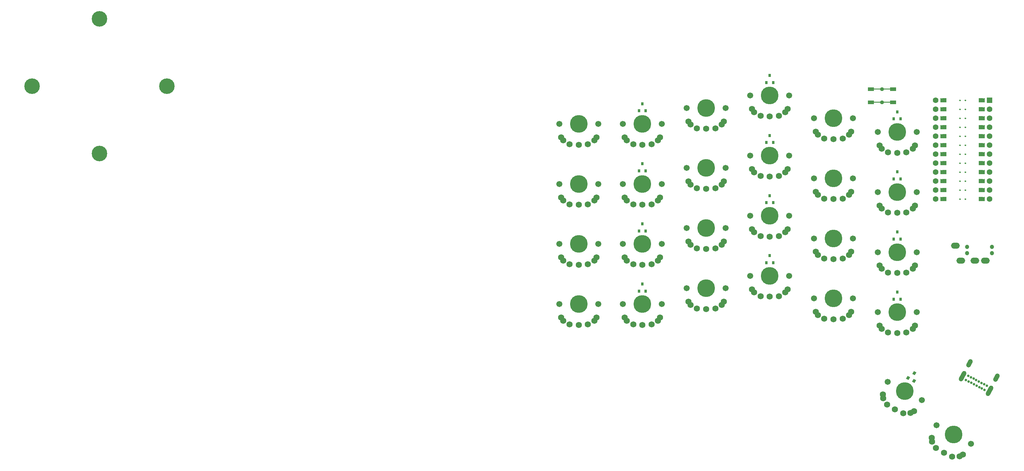
<source format=gbr>
%TF.GenerationSoftware,KiCad,Pcbnew,7.0.6*%
%TF.CreationDate,2023-11-22T22:17:55+08:00*%
%TF.ProjectId,handfull,68616e64-6675-46c6-9c2e-6b696361645f,rev?*%
%TF.SameCoordinates,Original*%
%TF.FileFunction,Soldermask,Bot*%
%TF.FilePolarity,Negative*%
%FSLAX46Y46*%
G04 Gerber Fmt 4.6, Leading zero omitted, Abs format (unit mm)*
G04 Created by KiCad (PCBNEW 7.0.6) date 2023-11-22 22:17:55*
%MOMM*%
%LPD*%
G01*
G04 APERTURE LIST*
G04 Aperture macros list*
%AMHorizOval*
0 Thick line with rounded ends*
0 $1 width*
0 $2 $3 position (X,Y) of the first rounded end (center of the circle)*
0 $4 $5 position (X,Y) of the second rounded end (center of the circle)*
0 Add line between two ends*
20,1,$1,$2,$3,$4,$5,0*
0 Add two circle primitives to create the rounded ends*
1,1,$1,$2,$3*
1,1,$1,$4,$5*%
%AMRotRect*
0 Rectangle, with rotation*
0 The origin of the aperture is its center*
0 $1 length*
0 $2 width*
0 $3 Rotation angle, in degrees counterclockwise*
0 Add horizontal line*
21,1,$1,$2,0,0,$3*%
%AMFreePoly0*
4,1,41,0.142350,0.531259,0.275000,0.476314,0.388909,0.388909,0.476314,0.275000,0.531259,0.142350,0.533280,0.127000,3.200000,0.127000,3.235780,0.121856,3.295980,0.083167,3.325707,0.018074,3.315523,-0.052758,3.268661,-0.106839,3.200000,-0.127000,0.533280,-0.127000,0.531259,-0.142350,0.476314,-0.275000,0.388909,-0.388909,0.275000,-0.476314,0.142350,-0.531259,0.000000,-0.550000,
-0.142350,-0.531259,-0.275000,-0.476314,-0.388909,-0.388909,-0.476314,-0.275000,-0.531259,-0.142350,-0.533280,-0.127000,-3.200000,-0.127000,-3.235780,-0.121856,-3.295980,-0.083167,-3.325707,-0.018074,-3.315523,0.052758,-3.268661,0.106839,-3.200000,0.127000,-0.533280,0.127000,-0.531259,0.142350,-0.476314,0.275000,-0.388909,0.388909,-0.275000,0.476314,-0.142350,0.531259,0.000000,0.550000,
0.142350,0.531259,0.142350,0.531259,$1*%
%AMFreePoly1*
4,1,6,0.600000,0.200000,0.000000,-0.400000,-0.600000,0.200000,-0.600000,0.400000,0.600000,0.400000,0.600000,0.200000,0.600000,0.200000,$1*%
%AMFreePoly2*
4,1,6,0.600000,-0.250000,-0.600000,-0.250000,-0.600000,1.000000,0.000000,0.400000,0.600000,1.000000,0.600000,-0.250000,0.600000,-0.250000,$1*%
G04 Aperture macros list end*
%ADD10C,0.250000*%
%ADD11C,0.100000*%
%ADD12C,1.701800*%
%ADD13C,5.000000*%
%ADD14C,1.750000*%
%ADD15FreePoly0,0.000000*%
%ADD16R,1.800000X1.100000*%
%ADD17C,1.600000*%
%ADD18R,1.600000X1.600000*%
%ADD19FreePoly1,270.000000*%
%ADD20FreePoly1,90.000000*%
%ADD21FreePoly2,90.000000*%
%ADD22FreePoly2,270.000000*%
%ADD23R,0.800000X0.900000*%
%ADD24O,2.500000X1.700000*%
%ADD25C,1.200000*%
%ADD26RotRect,0.900000X0.800000X61.801000*%
%ADD27C,4.400000*%
%ADD28C,0.700000*%
%ADD29HorizOval,1.300000X0.448909X0.837246X-0.448909X-0.837246X0*%
%ADD30HorizOval,1.300000X0.283521X0.528787X-0.283521X-0.528787X0*%
G04 APERTURE END LIST*
D10*
%TO.C,U2*%
X195402000Y-51363224D02*
G75*
G03*
X195402000Y-51363224I-125000J0D01*
G01*
X193878000Y-51363224D02*
G75*
G03*
X193878000Y-51363224I-125000J0D01*
G01*
X195402000Y-53903224D02*
G75*
G03*
X195402000Y-53903224I-125000J0D01*
G01*
X193878000Y-53903224D02*
G75*
G03*
X193878000Y-53903224I-125000J0D01*
G01*
X195402000Y-56443224D02*
G75*
G03*
X195402000Y-56443224I-125000J0D01*
G01*
X193878000Y-56443224D02*
G75*
G03*
X193878000Y-56443224I-125000J0D01*
G01*
X195402000Y-58983224D02*
G75*
G03*
X195402000Y-58983224I-125000J0D01*
G01*
X193878000Y-58983224D02*
G75*
G03*
X193878000Y-58983224I-125000J0D01*
G01*
X195402000Y-61523224D02*
G75*
G03*
X195402000Y-61523224I-125000J0D01*
G01*
X193878000Y-61523224D02*
G75*
G03*
X193878000Y-61523224I-125000J0D01*
G01*
X195402000Y-64063224D02*
G75*
G03*
X195402000Y-64063224I-125000J0D01*
G01*
X193878000Y-64063224D02*
G75*
G03*
X193878000Y-64063224I-125000J0D01*
G01*
X195402000Y-66603224D02*
G75*
G03*
X195402000Y-66603224I-125000J0D01*
G01*
X193878000Y-66603224D02*
G75*
G03*
X193878000Y-66603224I-125000J0D01*
G01*
X195402000Y-69143224D02*
G75*
G03*
X195402000Y-69143224I-125000J0D01*
G01*
X193878000Y-69143224D02*
G75*
G03*
X193878000Y-69143224I-125000J0D01*
G01*
X195402000Y-71683224D02*
G75*
G03*
X195402000Y-71683224I-125000J0D01*
G01*
X193878000Y-71683224D02*
G75*
G03*
X193878000Y-71683224I-125000J0D01*
G01*
X195402000Y-74223224D02*
G75*
G03*
X195402000Y-74223224I-125000J0D01*
G01*
X193878000Y-74223224D02*
G75*
G03*
X193878000Y-74223224I-125000J0D01*
G01*
X195402000Y-76763224D02*
G75*
G03*
X195402000Y-76763224I-125000J0D01*
G01*
X193878000Y-76763224D02*
G75*
G03*
X193878000Y-76763224I-125000J0D01*
G01*
X195402000Y-79303224D02*
G75*
G03*
X195402000Y-79303224I-125000J0D01*
G01*
X193878000Y-79303224D02*
G75*
G03*
X193878000Y-79303224I-125000J0D01*
G01*
D11*
X189435000Y-51871224D02*
X188419000Y-51871224D01*
X188419000Y-50855224D01*
X189435000Y-50855224D01*
X189435000Y-51871224D01*
G36*
X189435000Y-51871224D02*
G01*
X188419000Y-51871224D01*
X188419000Y-50855224D01*
X189435000Y-50855224D01*
X189435000Y-51871224D01*
G37*
X200611000Y-51871224D02*
X199595000Y-51871224D01*
X199595000Y-50855224D01*
X200611000Y-50855224D01*
X200611000Y-51871224D01*
G36*
X200611000Y-51871224D02*
G01*
X199595000Y-51871224D01*
X199595000Y-50855224D01*
X200611000Y-50855224D01*
X200611000Y-51871224D01*
G37*
X189435000Y-54411224D02*
X188419000Y-54411224D01*
X188419000Y-53395224D01*
X189435000Y-53395224D01*
X189435000Y-54411224D01*
G36*
X189435000Y-54411224D02*
G01*
X188419000Y-54411224D01*
X188419000Y-53395224D01*
X189435000Y-53395224D01*
X189435000Y-54411224D01*
G37*
X200611000Y-54411224D02*
X199595000Y-54411224D01*
X199595000Y-53395224D01*
X200611000Y-53395224D01*
X200611000Y-54411224D01*
G36*
X200611000Y-54411224D02*
G01*
X199595000Y-54411224D01*
X199595000Y-53395224D01*
X200611000Y-53395224D01*
X200611000Y-54411224D01*
G37*
X189435000Y-56951224D02*
X188419000Y-56951224D01*
X188419000Y-55935224D01*
X189435000Y-55935224D01*
X189435000Y-56951224D01*
G36*
X189435000Y-56951224D02*
G01*
X188419000Y-56951224D01*
X188419000Y-55935224D01*
X189435000Y-55935224D01*
X189435000Y-56951224D01*
G37*
X200611000Y-56951224D02*
X199595000Y-56951224D01*
X199595000Y-55935224D01*
X200611000Y-55935224D01*
X200611000Y-56951224D01*
G36*
X200611000Y-56951224D02*
G01*
X199595000Y-56951224D01*
X199595000Y-55935224D01*
X200611000Y-55935224D01*
X200611000Y-56951224D01*
G37*
X189435000Y-59491224D02*
X188419000Y-59491224D01*
X188419000Y-58475224D01*
X189435000Y-58475224D01*
X189435000Y-59491224D01*
G36*
X189435000Y-59491224D02*
G01*
X188419000Y-59491224D01*
X188419000Y-58475224D01*
X189435000Y-58475224D01*
X189435000Y-59491224D01*
G37*
X200611000Y-59491224D02*
X199595000Y-59491224D01*
X199595000Y-58475224D01*
X200611000Y-58475224D01*
X200611000Y-59491224D01*
G36*
X200611000Y-59491224D02*
G01*
X199595000Y-59491224D01*
X199595000Y-58475224D01*
X200611000Y-58475224D01*
X200611000Y-59491224D01*
G37*
X189435000Y-62031224D02*
X188419000Y-62031224D01*
X188419000Y-61015224D01*
X189435000Y-61015224D01*
X189435000Y-62031224D01*
G36*
X189435000Y-62031224D02*
G01*
X188419000Y-62031224D01*
X188419000Y-61015224D01*
X189435000Y-61015224D01*
X189435000Y-62031224D01*
G37*
X200611000Y-62031224D02*
X199595000Y-62031224D01*
X199595000Y-61015224D01*
X200611000Y-61015224D01*
X200611000Y-62031224D01*
G36*
X200611000Y-62031224D02*
G01*
X199595000Y-62031224D01*
X199595000Y-61015224D01*
X200611000Y-61015224D01*
X200611000Y-62031224D01*
G37*
X189435000Y-64571224D02*
X188419000Y-64571224D01*
X188419000Y-63555224D01*
X189435000Y-63555224D01*
X189435000Y-64571224D01*
G36*
X189435000Y-64571224D02*
G01*
X188419000Y-64571224D01*
X188419000Y-63555224D01*
X189435000Y-63555224D01*
X189435000Y-64571224D01*
G37*
X200611000Y-64571224D02*
X199595000Y-64571224D01*
X199595000Y-63555224D01*
X200611000Y-63555224D01*
X200611000Y-64571224D01*
G36*
X200611000Y-64571224D02*
G01*
X199595000Y-64571224D01*
X199595000Y-63555224D01*
X200611000Y-63555224D01*
X200611000Y-64571224D01*
G37*
X189435000Y-67111224D02*
X188419000Y-67111224D01*
X188419000Y-66095224D01*
X189435000Y-66095224D01*
X189435000Y-67111224D01*
G36*
X189435000Y-67111224D02*
G01*
X188419000Y-67111224D01*
X188419000Y-66095224D01*
X189435000Y-66095224D01*
X189435000Y-67111224D01*
G37*
X200611000Y-67111224D02*
X199595000Y-67111224D01*
X199595000Y-66095224D01*
X200611000Y-66095224D01*
X200611000Y-67111224D01*
G36*
X200611000Y-67111224D02*
G01*
X199595000Y-67111224D01*
X199595000Y-66095224D01*
X200611000Y-66095224D01*
X200611000Y-67111224D01*
G37*
X189435000Y-69651224D02*
X188419000Y-69651224D01*
X188419000Y-68635224D01*
X189435000Y-68635224D01*
X189435000Y-69651224D01*
G36*
X189435000Y-69651224D02*
G01*
X188419000Y-69651224D01*
X188419000Y-68635224D01*
X189435000Y-68635224D01*
X189435000Y-69651224D01*
G37*
X200611000Y-69651224D02*
X199595000Y-69651224D01*
X199595000Y-68635224D01*
X200611000Y-68635224D01*
X200611000Y-69651224D01*
G36*
X200611000Y-69651224D02*
G01*
X199595000Y-69651224D01*
X199595000Y-68635224D01*
X200611000Y-68635224D01*
X200611000Y-69651224D01*
G37*
X189435000Y-72191224D02*
X188419000Y-72191224D01*
X188419000Y-71175224D01*
X189435000Y-71175224D01*
X189435000Y-72191224D01*
G36*
X189435000Y-72191224D02*
G01*
X188419000Y-72191224D01*
X188419000Y-71175224D01*
X189435000Y-71175224D01*
X189435000Y-72191224D01*
G37*
X200611000Y-72191224D02*
X199595000Y-72191224D01*
X199595000Y-71175224D01*
X200611000Y-71175224D01*
X200611000Y-72191224D01*
G36*
X200611000Y-72191224D02*
G01*
X199595000Y-72191224D01*
X199595000Y-71175224D01*
X200611000Y-71175224D01*
X200611000Y-72191224D01*
G37*
X189435000Y-74731224D02*
X188419000Y-74731224D01*
X188419000Y-73715224D01*
X189435000Y-73715224D01*
X189435000Y-74731224D01*
G36*
X189435000Y-74731224D02*
G01*
X188419000Y-74731224D01*
X188419000Y-73715224D01*
X189435000Y-73715224D01*
X189435000Y-74731224D01*
G37*
X200611000Y-74731224D02*
X199595000Y-74731224D01*
X199595000Y-73715224D01*
X200611000Y-73715224D01*
X200611000Y-74731224D01*
G36*
X200611000Y-74731224D02*
G01*
X199595000Y-74731224D01*
X199595000Y-73715224D01*
X200611000Y-73715224D01*
X200611000Y-74731224D01*
G37*
X189435000Y-77271224D02*
X188419000Y-77271224D01*
X188419000Y-76255224D01*
X189435000Y-76255224D01*
X189435000Y-77271224D01*
G36*
X189435000Y-77271224D02*
G01*
X188419000Y-77271224D01*
X188419000Y-76255224D01*
X189435000Y-76255224D01*
X189435000Y-77271224D01*
G37*
X200611000Y-77271224D02*
X199595000Y-77271224D01*
X199595000Y-76255224D01*
X200611000Y-76255224D01*
X200611000Y-77271224D01*
G36*
X200611000Y-77271224D02*
G01*
X199595000Y-77271224D01*
X199595000Y-76255224D01*
X200611000Y-76255224D01*
X200611000Y-77271224D01*
G37*
X189435000Y-79811224D02*
X188419000Y-79811224D01*
X188419000Y-78795224D01*
X189435000Y-78795224D01*
X189435000Y-79811224D01*
G36*
X189435000Y-79811224D02*
G01*
X188419000Y-79811224D01*
X188419000Y-78795224D01*
X189435000Y-78795224D01*
X189435000Y-79811224D01*
G37*
X200611000Y-79811224D02*
X199595000Y-79811224D01*
X199595000Y-78795224D01*
X200611000Y-78795224D01*
X200611000Y-79811224D01*
G36*
X200611000Y-79811224D02*
G01*
X199595000Y-79811224D01*
X199595000Y-78795224D01*
X200611000Y-78795224D01*
X200611000Y-79811224D01*
G37*
%TD*%
D12*
%TO.C,K26*%
X187140000Y-143280000D03*
D13*
X191987169Y-145879029D03*
D12*
X196834338Y-148478058D03*
D14*
X186978613Y-149717892D03*
X189199119Y-151078719D03*
X191561391Y-152175156D03*
X185784959Y-146865228D03*
X185888445Y-147941932D03*
X193643916Y-152100379D03*
X194597993Y-151590736D03*
%TD*%
D12*
%TO.C,K25*%
X173287831Y-131000971D03*
D13*
X178135000Y-133600000D03*
D12*
X182982169Y-136199029D03*
D14*
X173126444Y-137438863D03*
X175346950Y-138799690D03*
X177709222Y-139896127D03*
X171932790Y-134586199D03*
X172036276Y-135662903D03*
X179791747Y-139821350D03*
X180745824Y-139311707D03*
%TD*%
D15*
%TO.C,SW2*%
X171710000Y-48210000D03*
D16*
X174810000Y-48210000D03*
X168610000Y-48210000D03*
X174810000Y-51910000D03*
X168610000Y-51910000D03*
D15*
X171710000Y-51910000D03*
%TD*%
D17*
%TO.C,U2*%
X202135000Y-51363224D03*
D18*
X202135000Y-51363224D03*
D19*
X200357000Y-51363224D03*
D20*
X188673000Y-51363224D03*
D17*
X186895000Y-51363224D03*
X202135000Y-53903224D03*
D19*
X200357000Y-53903224D03*
D20*
X188673000Y-53903224D03*
D17*
X186895000Y-53903224D03*
X202135000Y-56443224D03*
D19*
X200357000Y-56443224D03*
D20*
X188673000Y-56443224D03*
D17*
X186895000Y-56443224D03*
X202135000Y-58983224D03*
D19*
X200357000Y-58983224D03*
D20*
X188673000Y-58983224D03*
D17*
X186895000Y-58983224D03*
X202135000Y-61523224D03*
D19*
X200357000Y-61523224D03*
D20*
X188673000Y-61523224D03*
D17*
X186895000Y-61523224D03*
X202135000Y-64063224D03*
D19*
X200357000Y-64063224D03*
D20*
X188673000Y-64063224D03*
D17*
X186895000Y-64063224D03*
X202135000Y-66603224D03*
D19*
X200357000Y-66603224D03*
D20*
X188673000Y-66603224D03*
D17*
X186895000Y-66603224D03*
X202135000Y-69143224D03*
D19*
X200357000Y-69143224D03*
D20*
X188673000Y-69143224D03*
D17*
X186895000Y-69143224D03*
X202135000Y-71683224D03*
D19*
X200357000Y-71683224D03*
D20*
X188673000Y-71683224D03*
D17*
X186895000Y-71683224D03*
X202135000Y-74223224D03*
D19*
X200357000Y-74223224D03*
D20*
X188673000Y-74223224D03*
D17*
X186895000Y-74223224D03*
X202135000Y-76763224D03*
D19*
X200357000Y-76763224D03*
D20*
X188673000Y-76763224D03*
D17*
X186895000Y-76763224D03*
X202135000Y-79303224D03*
D19*
X200357000Y-79303224D03*
D20*
X188673000Y-79303224D03*
D17*
X186895000Y-79303224D03*
D21*
X189689000Y-51363224D03*
X189689000Y-53903224D03*
X189689000Y-56443224D03*
X189689000Y-58983224D03*
X189689000Y-61523224D03*
X189689000Y-64063224D03*
X189689000Y-66603224D03*
X189689000Y-69143224D03*
X189689000Y-71683224D03*
X189689000Y-74223224D03*
X189689000Y-76763224D03*
X189689000Y-79303224D03*
D22*
X199341000Y-79303224D03*
X199341000Y-76763224D03*
X199341000Y-74223224D03*
X199341000Y-71683224D03*
X199341000Y-69143224D03*
X199341000Y-66603224D03*
X199341000Y-64063224D03*
X199341000Y-61523224D03*
X199341000Y-58983224D03*
X199341000Y-56443224D03*
X199341000Y-53903224D03*
X199341000Y-51363224D03*
%TD*%
D12*
%TO.C,K3*%
X80500000Y-92000000D03*
D13*
X86000000Y-92000000D03*
D12*
X91500000Y-92000000D03*
D14*
X83400000Y-97750000D03*
X86000000Y-97900000D03*
X88600000Y-97750000D03*
X81000000Y-95800000D03*
X81600000Y-96700000D03*
X90400000Y-96700000D03*
X91000000Y-95800000D03*
%TD*%
D12*
%TO.C,K7*%
X98500000Y-92000000D03*
D13*
X104000000Y-92000000D03*
D12*
X109500000Y-92000000D03*
D14*
X101400000Y-97750000D03*
X104000000Y-97900000D03*
X106600000Y-97750000D03*
X99000000Y-95800000D03*
X99600000Y-96700000D03*
X108400000Y-96700000D03*
X109000000Y-95800000D03*
%TD*%
D12*
%TO.C,K16*%
X134500000Y-101000000D03*
D13*
X140000000Y-101000000D03*
D12*
X145500000Y-101000000D03*
D14*
X137400000Y-106750000D03*
X140000000Y-106900000D03*
X142600000Y-106750000D03*
X135000000Y-104800000D03*
X135600000Y-105700000D03*
X144400000Y-105700000D03*
X145000000Y-104800000D03*
%TD*%
D12*
%TO.C,K17*%
X152500000Y-56400000D03*
D13*
X158000000Y-56400000D03*
D12*
X163500000Y-56400000D03*
D14*
X155400000Y-62150000D03*
X158000000Y-62300000D03*
X160600000Y-62150000D03*
X153000000Y-60200000D03*
X153600000Y-61100000D03*
X162400000Y-61100000D03*
X163000000Y-60200000D03*
%TD*%
D12*
%TO.C,K11*%
X116500000Y-87500000D03*
D13*
X122000000Y-87500000D03*
D12*
X127500000Y-87500000D03*
D14*
X119400000Y-93250000D03*
X122000000Y-93400000D03*
X124600000Y-93250000D03*
X117000000Y-91300000D03*
X117600000Y-92200000D03*
X126400000Y-92200000D03*
X127000000Y-91300000D03*
%TD*%
D12*
%TO.C,K5*%
X98500000Y-58000000D03*
D13*
X104000000Y-58000000D03*
D12*
X109500000Y-58000000D03*
D14*
X101400000Y-63750000D03*
X104000000Y-63900000D03*
X106600000Y-63750000D03*
X99000000Y-61800000D03*
X99600000Y-62700000D03*
X108400000Y-62700000D03*
X109000000Y-61800000D03*
%TD*%
D23*
%TO.C,D4*%
X103050000Y-105300000D03*
X104950000Y-105300000D03*
X104000000Y-103300000D03*
%TD*%
%TO.C,D10*%
X175050000Y-56600000D03*
X176950000Y-56600000D03*
X176000000Y-54600000D03*
%TD*%
D12*
%TO.C,K23*%
X170500000Y-94300000D03*
D13*
X176000000Y-94300000D03*
D12*
X181500000Y-94300000D03*
D14*
X173400000Y-100050000D03*
X176000000Y-100200000D03*
X178600000Y-100050000D03*
X171000000Y-98100000D03*
X171600000Y-99000000D03*
X180400000Y-99000000D03*
X181000000Y-98100000D03*
%TD*%
D12*
%TO.C,K14*%
X134500000Y-67000000D03*
D13*
X140000000Y-67000000D03*
D12*
X145500000Y-67000000D03*
D14*
X137400000Y-72750000D03*
X140000000Y-72900000D03*
X142600000Y-72750000D03*
X135000000Y-70800000D03*
X135600000Y-71700000D03*
X144400000Y-71700000D03*
X145000000Y-70800000D03*
%TD*%
D24*
%TO.C,J5*%
X192460000Y-92470000D03*
X193960000Y-96670000D03*
X197960000Y-96670000D03*
X200960000Y-96670000D03*
D25*
X195760000Y-94570000D03*
X202760000Y-94570000D03*
X202760000Y-92820000D03*
X195760000Y-92820000D03*
%TD*%
D12*
%TO.C,K18*%
X152500000Y-73400000D03*
D13*
X158000000Y-73400000D03*
D12*
X163500000Y-73400000D03*
D14*
X155400000Y-79150000D03*
X158000000Y-79300000D03*
X160600000Y-79150000D03*
X153000000Y-77200000D03*
X153600000Y-78100000D03*
X162400000Y-78100000D03*
X163000000Y-77200000D03*
%TD*%
D12*
%TO.C,K10*%
X116500000Y-70500000D03*
D13*
X122000000Y-70500000D03*
D12*
X127500000Y-70500000D03*
D14*
X119400000Y-76250000D03*
X122000000Y-76400000D03*
X124600000Y-76250000D03*
X117000000Y-74300000D03*
X117600000Y-75200000D03*
X126400000Y-75200000D03*
X127000000Y-74300000D03*
%TD*%
D12*
%TO.C,K6*%
X98500000Y-75000000D03*
D13*
X104000000Y-75000000D03*
D12*
X109500000Y-75000000D03*
D14*
X101400000Y-80750000D03*
X104000000Y-80900000D03*
X106600000Y-80750000D03*
X99000000Y-78800000D03*
X99600000Y-79700000D03*
X108400000Y-79700000D03*
X109000000Y-78800000D03*
%TD*%
D26*
%TO.C,D14*%
X179057500Y-129884684D03*
X180731992Y-130782501D03*
X180839816Y-128570969D03*
%TD*%
D23*
%TO.C,D1*%
X103050000Y-54300000D03*
X104950000Y-54300000D03*
X104000000Y-52300000D03*
%TD*%
D12*
%TO.C,K12*%
X116500000Y-104500000D03*
D13*
X122000000Y-104500000D03*
D12*
X127500000Y-104500000D03*
D14*
X119400000Y-110250000D03*
X122000000Y-110400000D03*
X124600000Y-110250000D03*
X117000000Y-108300000D03*
X117600000Y-109200000D03*
X126400000Y-109200000D03*
X127000000Y-108300000D03*
%TD*%
D23*
%TO.C,D5*%
X139050000Y-97300000D03*
X140950000Y-97300000D03*
X140000000Y-95300000D03*
%TD*%
D12*
%TO.C,K22*%
X170500000Y-77300000D03*
D13*
X176000000Y-77300000D03*
D12*
X181500000Y-77300000D03*
D14*
X173400000Y-83050000D03*
X176000000Y-83200000D03*
X178600000Y-83050000D03*
X171000000Y-81100000D03*
X171600000Y-82000000D03*
X180400000Y-82000000D03*
X181000000Y-81100000D03*
%TD*%
D27*
%TO.C,H13*%
X-68455000Y-47330000D03*
X-30355000Y-47330000D03*
X-49405000Y-66380000D03*
X-49405000Y-28280000D03*
%TD*%
D12*
%TO.C,K20*%
X152500000Y-107400000D03*
D13*
X158000000Y-107400000D03*
D12*
X163500000Y-107400000D03*
D14*
X155400000Y-113150000D03*
X158000000Y-113300000D03*
X160600000Y-113150000D03*
X153000000Y-111200000D03*
X153600000Y-112100000D03*
X162400000Y-112100000D03*
X163000000Y-111200000D03*
%TD*%
D12*
%TO.C,K15*%
X134500000Y-84000000D03*
D13*
X140000000Y-84000000D03*
D12*
X145500000Y-84000000D03*
D14*
X137400000Y-89750000D03*
X140000000Y-89900000D03*
X142600000Y-89750000D03*
X135000000Y-87800000D03*
X135600000Y-88700000D03*
X144400000Y-88700000D03*
X145000000Y-87800000D03*
%TD*%
D12*
%TO.C,K4*%
X80500000Y-109000000D03*
D13*
X86000000Y-109000000D03*
D12*
X91500000Y-109000000D03*
D14*
X83400000Y-114750000D03*
X86000000Y-114900000D03*
X88600000Y-114750000D03*
X81000000Y-112800000D03*
X81600000Y-113700000D03*
X90400000Y-113700000D03*
X91000000Y-112800000D03*
%TD*%
D12*
%TO.C,K21*%
X170500000Y-60300000D03*
D13*
X176000000Y-60300000D03*
D12*
X181500000Y-60300000D03*
D14*
X173400000Y-66050000D03*
X176000000Y-66200000D03*
X178600000Y-66050000D03*
X171000000Y-64100000D03*
X171600000Y-65000000D03*
X180400000Y-65000000D03*
X181000000Y-64100000D03*
%TD*%
D12*
%TO.C,K13*%
X134500000Y-50000000D03*
D13*
X140000000Y-50000000D03*
D12*
X145500000Y-50000000D03*
D14*
X137400000Y-55750000D03*
X140000000Y-55900000D03*
X142600000Y-55750000D03*
X135000000Y-53800000D03*
X135600000Y-54700000D03*
X144400000Y-54700000D03*
X145000000Y-53800000D03*
%TD*%
D12*
%TO.C,K2*%
X80500000Y-75000000D03*
D13*
X86000000Y-75000000D03*
D12*
X91500000Y-75000000D03*
D14*
X83400000Y-80750000D03*
X86000000Y-80900000D03*
X88600000Y-80750000D03*
X81000000Y-78800000D03*
X81600000Y-79700000D03*
X90400000Y-79700000D03*
X91000000Y-78800000D03*
%TD*%
D23*
%TO.C,D6*%
X139050000Y-46300000D03*
X140950000Y-46300000D03*
X140000000Y-44300000D03*
%TD*%
D12*
%TO.C,K1*%
X80500000Y-58000000D03*
D13*
X86000000Y-58000000D03*
D12*
X91500000Y-58000000D03*
D14*
X83400000Y-63750000D03*
X86000000Y-63900000D03*
X88600000Y-63750000D03*
X81000000Y-61800000D03*
X81600000Y-62700000D03*
X90400000Y-62700000D03*
X91000000Y-61800000D03*
%TD*%
D23*
%TO.C,D8*%
X139050000Y-80300000D03*
X140950000Y-80300000D03*
X140000000Y-78300000D03*
%TD*%
D12*
%TO.C,K24*%
X170500000Y-111300000D03*
D13*
X176000000Y-111300000D03*
D12*
X181500000Y-111300000D03*
D14*
X173400000Y-117050000D03*
X176000000Y-117200000D03*
X178600000Y-117050000D03*
X171000000Y-115100000D03*
X171600000Y-116000000D03*
X180400000Y-116000000D03*
X181000000Y-115100000D03*
%TD*%
D23*
%TO.C,D11*%
X175050000Y-73600000D03*
X176950000Y-73600000D03*
X176000000Y-71600000D03*
%TD*%
%TO.C,D9*%
X175050000Y-107600000D03*
X176950000Y-107600000D03*
X176000000Y-105600000D03*
%TD*%
D12*
%TO.C,K19*%
X152500000Y-90400000D03*
D13*
X158000000Y-90400000D03*
D12*
X163500000Y-90400000D03*
D14*
X155400000Y-96150000D03*
X158000000Y-96300000D03*
X160600000Y-96150000D03*
X153000000Y-94200000D03*
X153600000Y-95100000D03*
X162400000Y-95100000D03*
X163000000Y-94200000D03*
%TD*%
D23*
%TO.C,D2*%
X103050000Y-71300000D03*
X104950000Y-71300000D03*
X104000000Y-69300000D03*
%TD*%
D12*
%TO.C,K9*%
X116500000Y-53500000D03*
D13*
X122000000Y-53500000D03*
D12*
X127500000Y-53500000D03*
D14*
X119400000Y-59250000D03*
X122000000Y-59400000D03*
X124600000Y-59250000D03*
X117000000Y-57300000D03*
X117600000Y-58200000D03*
X126400000Y-58200000D03*
X127000000Y-57300000D03*
%TD*%
D28*
%TO.C,J2*%
X200687007Y-133297827D03*
X199937892Y-132896172D03*
X199188777Y-132494517D03*
X198439662Y-132092862D03*
X197690547Y-131691207D03*
X196941432Y-131289552D03*
X196192317Y-130887897D03*
X195443202Y-130486242D03*
X196081125Y-129296471D03*
X196830240Y-129698126D03*
X197579355Y-130099781D03*
X198328470Y-130501436D03*
X199077585Y-130903091D03*
X199826700Y-131304746D03*
X200575814Y-131706401D03*
X201324929Y-132108056D03*
D29*
X202108639Y-133492732D03*
D30*
X204069660Y-129835288D03*
D29*
X194494105Y-129410026D03*
D30*
X196455127Y-125752582D03*
%TD*%
D23*
%TO.C,D3*%
X103050000Y-88300000D03*
X104950000Y-88300000D03*
X104000000Y-86300000D03*
%TD*%
%TO.C,D7*%
X139050000Y-63300000D03*
X140950000Y-63300000D03*
X140000000Y-61300000D03*
%TD*%
D12*
%TO.C,K8*%
X98500000Y-109000000D03*
D13*
X104000000Y-109000000D03*
D12*
X109500000Y-109000000D03*
D14*
X101400000Y-114750000D03*
X104000000Y-114900000D03*
X106600000Y-114750000D03*
X99000000Y-112800000D03*
X99600000Y-113700000D03*
X108400000Y-113700000D03*
X109000000Y-112800000D03*
%TD*%
D23*
%TO.C,D12*%
X175050000Y-90600000D03*
X176950000Y-90600000D03*
X176000000Y-88600000D03*
%TD*%
M02*

</source>
